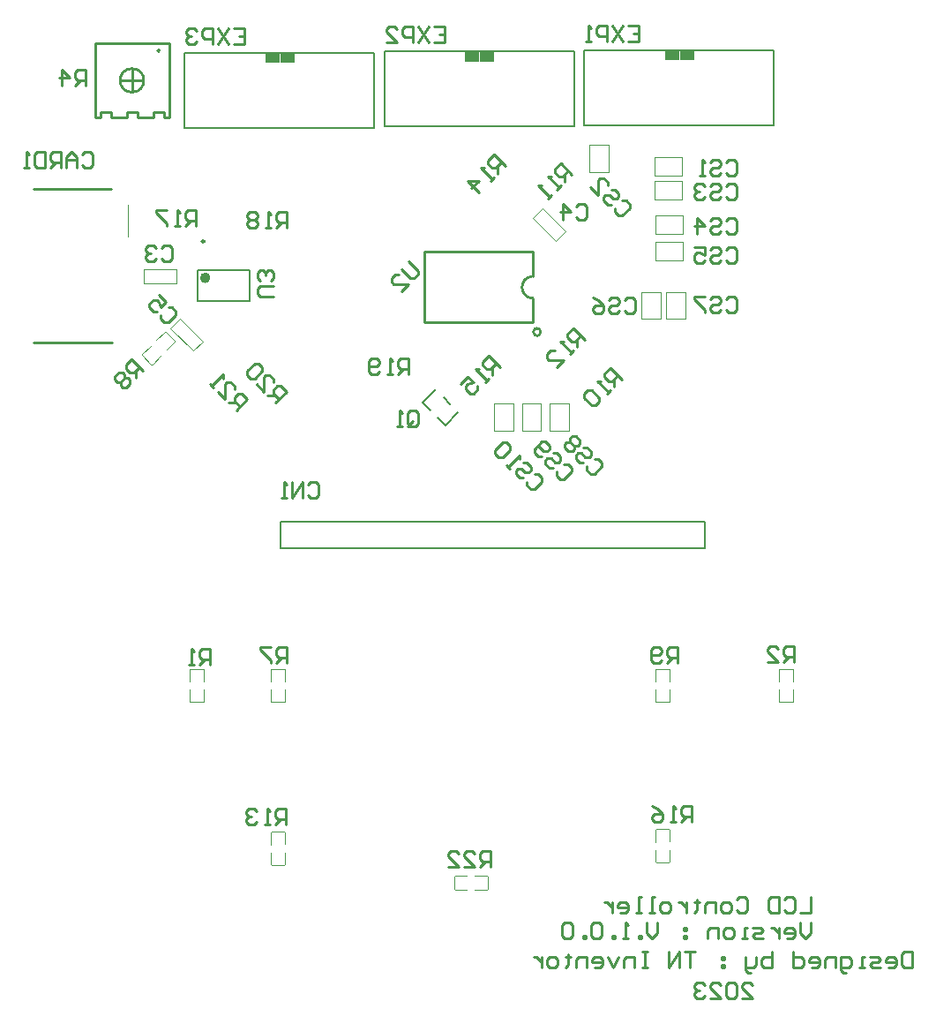
<source format=gbo>
G04*
G04 #@! TF.GenerationSoftware,Altium Limited,Altium Designer,23.10.1 (27)*
G04*
G04 Layer_Color=32896*
%FSLAX25Y25*%
%MOIN*%
G70*
G04*
G04 #@! TF.SameCoordinates,F6535FD2-0468-4A63-920D-5F40DC5DF58B*
G04*
G04*
G04 #@! TF.FilePolarity,Positive*
G04*
G01*
G75*
%ADD10C,0.00600*%
%ADD11C,0.01000*%
%ADD12C,0.00984*%
%ADD13C,0.00787*%
%ADD14C,0.00394*%
%ADD81C,0.01968*%
%ADD82C,0.00400*%
%ADD83C,0.00098*%
%ADD84R,0.05600X0.03847*%
D10*
X171671Y240707D02*
X174207Y238171D01*
X163784Y238837D02*
X166683Y235937D01*
X163784Y238837D02*
X168662Y243716D01*
X169437Y233184D02*
X172337Y230284D01*
X177216Y235162D01*
D11*
X53920Y364970D02*
G03*
X54000Y364970I40J-4472D01*
G01*
X63990Y372000D02*
G03*
X64000Y372000I5J-300D01*
G01*
X205445Y286457D02*
G03*
X205442Y278284I-1J-4087D01*
G01*
X208419Y265500D02*
G03*
X208419Y265500I-1419J0D01*
G01*
X16846Y261500D02*
X46410D01*
X16596Y319500D02*
X46096D01*
X40000Y362500D02*
Y374500D01*
X68000D01*
Y362500D02*
Y374500D01*
Y348500D02*
Y362500D01*
Y346500D02*
Y348500D01*
X66000Y346500D02*
X68000D01*
X66000D02*
Y348500D01*
X62000D02*
X66000D01*
X62000Y346500D02*
Y348500D01*
X56000Y346500D02*
X62000D01*
X56000D02*
Y348500D01*
X52000D02*
X56000D01*
X52000Y346500D02*
Y348500D01*
X46000Y346500D02*
X52000D01*
X46000D02*
Y348500D01*
X42000D02*
X46000D01*
X42000Y346500D02*
Y348500D01*
X40000Y346500D02*
X42000D01*
X40000D02*
Y348500D01*
Y364500D01*
X50000Y360500D02*
X58000D01*
X54000Y356500D02*
Y364500D01*
X164500Y269072D02*
Y296000D01*
X205442Y269072D02*
Y278284D01*
X205445Y286457D02*
Y296000D01*
X164500Y269072D02*
X205445D01*
X164500Y296000D02*
X205445D01*
X310500Y52096D02*
Y46098D01*
X306501D01*
X300503Y51096D02*
X301503Y52096D01*
X303502D01*
X304502Y51096D01*
Y47097D01*
X303502Y46098D01*
X301503D01*
X300503Y47097D01*
X298504Y52096D02*
Y46098D01*
X295505D01*
X294505Y47097D01*
Y51096D01*
X295505Y52096D01*
X298504D01*
X282509Y51096D02*
X283509Y52096D01*
X285508D01*
X286508Y51096D01*
Y47097D01*
X285508Y46098D01*
X283509D01*
X282509Y47097D01*
X279510Y46098D02*
X277511D01*
X276511Y47097D01*
Y49097D01*
X277511Y50096D01*
X279510D01*
X280510Y49097D01*
Y47097D01*
X279510Y46098D01*
X274512D02*
Y50096D01*
X271513D01*
X270513Y49097D01*
Y46098D01*
X267514Y51096D02*
Y50096D01*
X268514D01*
X266514D01*
X267514D01*
Y47097D01*
X266514Y46098D01*
X263515Y50096D02*
Y46098D01*
Y48097D01*
X262515Y49097D01*
X261516Y50096D01*
X260516D01*
X256518Y46098D02*
X254518D01*
X253518Y47097D01*
Y49097D01*
X254518Y50096D01*
X256518D01*
X257517Y49097D01*
Y47097D01*
X256518Y46098D01*
X251519D02*
X249520D01*
X250519D01*
Y52096D01*
X251519D01*
X246521Y46098D02*
X244521D01*
X245521D01*
Y52096D01*
X246521D01*
X238523Y46098D02*
X240523D01*
X241522Y47097D01*
Y49097D01*
X240523Y50096D01*
X238523D01*
X237524Y49097D01*
Y48097D01*
X241522D01*
X235524Y50096D02*
Y46098D01*
Y48097D01*
X234525Y49097D01*
X233525Y50096D01*
X232525D01*
X310500Y42498D02*
Y38499D01*
X308501Y36500D01*
X306501Y38499D01*
Y42498D01*
X301503Y36500D02*
X303502D01*
X304502Y37500D01*
Y39499D01*
X303502Y40499D01*
X301503D01*
X300503Y39499D01*
Y38499D01*
X304502D01*
X298504Y40499D02*
Y36500D01*
Y38499D01*
X297504Y39499D01*
X296504Y40499D01*
X295505D01*
X292506Y36500D02*
X289507D01*
X288507Y37500D01*
X289507Y38499D01*
X291506D01*
X292506Y39499D01*
X291506Y40499D01*
X288507D01*
X286508Y36500D02*
X284508D01*
X285508D01*
Y40499D01*
X286508D01*
X280510Y36500D02*
X278510D01*
X277511Y37500D01*
Y39499D01*
X278510Y40499D01*
X280510D01*
X281509Y39499D01*
Y37500D01*
X280510Y36500D01*
X275511D02*
Y40499D01*
X272512D01*
X271513Y39499D01*
Y36500D01*
X263515Y40499D02*
X262515D01*
Y39499D01*
X263515D01*
Y40499D01*
Y37500D02*
X262515D01*
Y36500D01*
X263515D01*
Y37500D01*
X252519Y42498D02*
Y38499D01*
X250519Y36500D01*
X248520Y38499D01*
Y42498D01*
X246521Y36500D02*
Y37500D01*
X245521D01*
Y36500D01*
X246521D01*
X241522D02*
X239523D01*
X240523D01*
Y42498D01*
X241522Y41498D01*
X236524Y36500D02*
Y37500D01*
X235524D01*
Y36500D01*
X236524D01*
X231526Y41498D02*
X230526Y42498D01*
X228526D01*
X227527Y41498D01*
Y37500D01*
X228526Y36500D01*
X230526D01*
X231526Y37500D01*
Y41498D01*
X225528Y36500D02*
Y37500D01*
X224528D01*
Y36500D01*
X225528D01*
X220529Y41498D02*
X219529Y42498D01*
X217530D01*
X216530Y41498D01*
Y37500D01*
X217530Y36500D01*
X219529D01*
X220529Y37500D01*
Y41498D01*
X348777Y31495D02*
Y25497D01*
X345778D01*
X344778Y26497D01*
Y30495D01*
X345778Y31495D01*
X348777D01*
X339780Y25497D02*
X341779D01*
X342779Y26497D01*
Y28496D01*
X341779Y29496D01*
X339780D01*
X338780Y28496D01*
Y27496D01*
X342779D01*
X336781Y25497D02*
X333782D01*
X332782Y26497D01*
X333782Y27496D01*
X335781D01*
X336781Y28496D01*
X335781Y29496D01*
X332782D01*
X330783Y25497D02*
X328783D01*
X329783D01*
Y29496D01*
X330783D01*
X323785Y23498D02*
X322785D01*
X321786Y24497D01*
Y29496D01*
X324785D01*
X325784Y28496D01*
Y26497D01*
X324785Y25497D01*
X321786D01*
X319786D02*
Y29496D01*
X316787D01*
X315788Y28496D01*
Y25497D01*
X310789D02*
X312789D01*
X313788Y26497D01*
Y28496D01*
X312789Y29496D01*
X310789D01*
X309789Y28496D01*
Y27496D01*
X313788D01*
X303791Y31495D02*
Y25497D01*
X306790D01*
X307790Y26497D01*
Y28496D01*
X306790Y29496D01*
X303791D01*
X295794Y31495D02*
Y25497D01*
X292795D01*
X291795Y26497D01*
Y27496D01*
Y28496D01*
X292795Y29496D01*
X295794D01*
X289796D02*
Y26497D01*
X288796Y25497D01*
X285797D01*
Y24497D01*
X286797Y23498D01*
X287797D01*
X285797Y25497D02*
Y29496D01*
X277800D02*
X276800D01*
Y28496D01*
X277800D01*
Y29496D01*
Y26497D02*
X276800D01*
Y25497D01*
X277800D01*
Y26497D01*
X266803Y31495D02*
X262805D01*
X264804D01*
Y25497D01*
X260805D02*
Y31495D01*
X256807Y25497D01*
Y31495D01*
X248809D02*
X246810D01*
X247810D01*
Y25497D01*
X248809D01*
X246810D01*
X243811D02*
Y29496D01*
X240812D01*
X239812Y28496D01*
Y25497D01*
X237813Y29496D02*
X235813Y25497D01*
X233814Y29496D01*
X228816Y25497D02*
X230815D01*
X231815Y26497D01*
Y28496D01*
X230815Y29496D01*
X228816D01*
X227816Y28496D01*
Y27496D01*
X231815D01*
X225817Y25497D02*
Y29496D01*
X222818D01*
X221818Y28496D01*
Y25497D01*
X218819Y30495D02*
Y29496D01*
X219819D01*
X217819D01*
X218819D01*
Y26497D01*
X217819Y25497D01*
X213821D02*
X211821D01*
X210822Y26497D01*
Y28496D01*
X211821Y29496D01*
X213821D01*
X214820Y28496D01*
Y26497D01*
X213821Y25497D01*
X208822Y29496D02*
Y25497D01*
Y27496D01*
X207822Y28496D01*
X206823Y29496D01*
X205823D01*
X284298Y13900D02*
X288296D01*
X284298Y17899D01*
Y18898D01*
X285297Y19898D01*
X287297D01*
X288296Y18898D01*
X282298D02*
X281299Y19898D01*
X279299D01*
X278300Y18898D01*
Y14900D01*
X279299Y13900D01*
X281299D01*
X282298Y14900D01*
Y18898D01*
X272302Y13900D02*
X276300D01*
X272302Y17899D01*
Y18898D01*
X273301Y19898D01*
X275301D01*
X276300Y18898D01*
X270302D02*
X269303Y19898D01*
X267303D01*
X266303Y18898D01*
Y17899D01*
X267303Y16899D01*
X268303D01*
X267303D01*
X266303Y15899D01*
Y14900D01*
X267303Y13900D01*
X269303D01*
X270302Y14900D01*
X120499Y207999D02*
X121499Y208999D01*
X123498D01*
X124498Y207999D01*
Y204001D01*
X123498Y203001D01*
X121499D01*
X120499Y204001D01*
X118500Y203001D02*
Y208999D01*
X114501Y203001D01*
Y208999D01*
X112502Y203001D02*
X110502D01*
X111502D01*
Y208999D01*
X112502Y207999D01*
X107499Y279002D02*
X102501D01*
X101501Y280001D01*
Y282001D01*
X102501Y283000D01*
X107499D01*
X106499Y285000D02*
X107499Y285999D01*
Y287999D01*
X106499Y288998D01*
X105500D01*
X104500Y287999D01*
Y286999D01*
Y287999D01*
X103500Y288998D01*
X102501D01*
X101501Y287999D01*
Y285999D01*
X102501Y285000D01*
X158414Y292155D02*
X161948Y288621D01*
Y287207D01*
X160534Y285793D01*
X159121D01*
X155586Y289328D01*
Y280845D02*
X158414Y283672D01*
X152759D01*
X152052Y284379D01*
Y285793D01*
X153466Y287207D01*
X154879D01*
X189497Y63501D02*
Y69499D01*
X186498D01*
X185499Y68499D01*
Y66500D01*
X186498Y65500D01*
X189497D01*
X187498D02*
X185499Y63501D01*
X179501D02*
X183499D01*
X179501Y67500D01*
Y68499D01*
X180500Y69499D01*
X182500D01*
X183499Y68499D01*
X173503Y63501D02*
X177501D01*
X173503Y67500D01*
Y68499D01*
X174502Y69499D01*
X176502D01*
X177501Y68499D01*
X93327Y235931D02*
X97569Y240173D01*
X95448Y242293D01*
X94034D01*
X92621Y240879D01*
Y239466D01*
X94741Y237345D01*
X93327Y238759D02*
X90500D01*
X86259Y243000D02*
X89086Y240173D01*
Y245828D01*
X89793Y246534D01*
X91207D01*
X92621Y245121D01*
Y243707D01*
X84845Y244414D02*
X83431Y245828D01*
X84138Y245121D01*
X88379Y249362D01*
Y247948D01*
X108034Y238724D02*
X112276Y242966D01*
X110155Y245086D01*
X108741D01*
X107327Y243672D01*
Y242259D01*
X109448Y240138D01*
X108034Y241552D02*
X105207D01*
X100966Y245793D02*
X103793Y242966D01*
Y248621D01*
X104500Y249327D01*
X105914D01*
X107327Y247914D01*
Y246500D01*
X103086Y250741D02*
Y252155D01*
X101672Y253569D01*
X100259D01*
X97431Y250741D01*
Y249327D01*
X98845Y247914D01*
X100259D01*
X103086Y250741D01*
X158498Y249501D02*
Y255499D01*
X155499D01*
X154499Y254499D01*
Y252500D01*
X155499Y251500D01*
X158498D01*
X156498D02*
X154499Y249501D01*
X152499D02*
X150500D01*
X151500D01*
Y255499D01*
X152499Y254499D01*
X147501Y250501D02*
X146501Y249501D01*
X144502D01*
X143502Y250501D01*
Y254499D01*
X144502Y255499D01*
X146501D01*
X147501Y254499D01*
Y253500D01*
X146501Y252500D01*
X143502D01*
X112498Y305001D02*
Y310999D01*
X109499D01*
X108499Y309999D01*
Y308000D01*
X109499Y307000D01*
X112498D01*
X110498D02*
X108499Y305001D01*
X106500D02*
X104500D01*
X105500D01*
Y310999D01*
X106500Y309999D01*
X101501D02*
X100501Y310999D01*
X98502D01*
X97502Y309999D01*
Y309000D01*
X98502Y308000D01*
X97502Y307000D01*
Y306001D01*
X98502Y305001D01*
X100501D01*
X101501Y306001D01*
Y307000D01*
X100501Y308000D01*
X101501Y309000D01*
Y309999D01*
X100501Y308000D02*
X98502D01*
X77998Y305501D02*
Y311499D01*
X74998D01*
X73999Y310499D01*
Y308500D01*
X74998Y307500D01*
X77998D01*
X75998D02*
X73999Y305501D01*
X72000D02*
X70000D01*
X71000D01*
Y311499D01*
X72000Y310499D01*
X67001Y311499D02*
X63002D01*
Y310499D01*
X67001Y306501D01*
Y305501D01*
X265498Y80501D02*
Y86499D01*
X262498D01*
X261499Y85499D01*
Y83500D01*
X262498Y82500D01*
X265498D01*
X263498D02*
X261499Y80501D01*
X259500D02*
X257500D01*
X258500D01*
Y86499D01*
X259500Y85499D01*
X250502Y86499D02*
X252502Y85499D01*
X254501Y83500D01*
Y81501D01*
X253502Y80501D01*
X251502D01*
X250502Y81501D01*
Y82500D01*
X251502Y83500D01*
X254501D01*
X192922Y252181D02*
X188681Y256422D01*
X186560Y254302D01*
Y252888D01*
X187974Y251474D01*
X189388D01*
X191508Y253595D01*
X190095Y252181D02*
Y249353D01*
X188681Y247940D02*
X187267Y246526D01*
X187974Y247233D01*
X183733Y251474D01*
X185147D01*
X178078Y245819D02*
X180905Y248646D01*
X183026Y246526D01*
X180905Y245819D01*
X180198Y245112D01*
Y243698D01*
X181612Y242285D01*
X183026D01*
X184440Y243698D01*
Y245112D01*
X194922Y328181D02*
X190681Y332422D01*
X188560Y330302D01*
Y328888D01*
X189974Y327474D01*
X191388D01*
X193509Y329595D01*
X192095Y328181D02*
Y325353D01*
X190681Y323940D02*
X189267Y322526D01*
X189974Y323233D01*
X185733Y327474D01*
X187147D01*
X185026Y318285D02*
X180785Y322526D01*
X185026D01*
X182198Y319698D01*
X111998Y79501D02*
Y85499D01*
X108999D01*
X107999Y84499D01*
Y82500D01*
X108999Y81500D01*
X111998D01*
X109998D02*
X107999Y79501D01*
X106000D02*
X104000D01*
X105000D01*
Y85499D01*
X106000Y84499D01*
X101001D02*
X100001Y85499D01*
X98002D01*
X97002Y84499D01*
Y83500D01*
X98002Y82500D01*
X99002D01*
X98002D01*
X97002Y81500D01*
Y80501D01*
X98002Y79501D01*
X100001D01*
X101001Y80501D01*
X224922Y262681D02*
X220681Y266922D01*
X218560Y264802D01*
Y263388D01*
X219974Y261974D01*
X221388D01*
X223509Y264095D01*
X222095Y262681D02*
Y259853D01*
X220681Y258440D02*
X219267Y257026D01*
X219974Y257733D01*
X215733Y261974D01*
X217146D01*
X214319Y252078D02*
X217146Y254905D01*
X211491D01*
X210785Y255612D01*
Y257026D01*
X212198Y258440D01*
X213612D01*
X220215Y324974D02*
X215974Y329215D01*
X213853Y327095D01*
Y325681D01*
X215267Y324267D01*
X216681D01*
X218802Y326388D01*
X217388Y324974D02*
Y322147D01*
X215974Y320733D02*
X214560Y319319D01*
X215267Y320026D01*
X211026Y324267D01*
X212440D01*
Y317198D02*
X211026Y315785D01*
X211733Y316492D01*
X207491Y320733D01*
X208905D01*
X238922Y247681D02*
X234681Y251922D01*
X232560Y249802D01*
Y248388D01*
X233974Y246974D01*
X235388D01*
X237509Y249095D01*
X236095Y247681D02*
Y244853D01*
X234681Y243440D02*
X233267Y242026D01*
X233974Y242733D01*
X229733Y246974D01*
X231147D01*
X227612Y243440D02*
X226198D01*
X224785Y242026D01*
Y240612D01*
X227612Y237785D01*
X229026D01*
X230440Y239198D01*
Y240612D01*
X227612Y243440D01*
X259998Y140501D02*
Y146499D01*
X256999D01*
X256000Y145499D01*
Y143500D01*
X256999Y142500D01*
X259998D01*
X257999D02*
X256000Y140501D01*
X254000Y141501D02*
X253001Y140501D01*
X251001D01*
X250002Y141501D01*
Y145499D01*
X251001Y146499D01*
X253001D01*
X254000Y145499D01*
Y144500D01*
X253001Y143500D01*
X250002D01*
X58155Y250914D02*
X53914Y255155D01*
X51793Y253034D01*
Y251621D01*
X53207Y250207D01*
X54621D01*
X56741Y252327D01*
X55327Y250914D02*
Y248086D01*
X50379Y250207D02*
X48966D01*
X47552Y248793D01*
Y247379D01*
X48259Y246673D01*
X49672D01*
Y245259D01*
X50379Y244552D01*
X51793D01*
X53207Y245966D01*
Y247379D01*
X52500Y248086D01*
X51086D01*
Y249500D01*
X50379Y250207D01*
X51086Y248086D02*
X49672Y246673D01*
X112498Y140501D02*
Y146499D01*
X109499D01*
X108500Y145499D01*
Y143500D01*
X109499Y142500D01*
X112498D01*
X110499D02*
X108500Y140501D01*
X106500Y146499D02*
X102502D01*
Y145499D01*
X106500Y141501D01*
Y140501D01*
X36498Y358501D02*
Y364499D01*
X33499D01*
X32500Y363499D01*
Y361500D01*
X33499Y360500D01*
X36498D01*
X34499D02*
X32500Y358501D01*
X27501D02*
Y364499D01*
X30500Y361500D01*
X26502D01*
X303998Y141001D02*
Y146999D01*
X300999D01*
X300000Y145999D01*
Y144000D01*
X300999Y143000D01*
X303998D01*
X301999D02*
X300000Y141001D01*
X294002D02*
X298000D01*
X294002Y145000D01*
Y145999D01*
X295001Y146999D01*
X297001D01*
X298000Y145999D01*
X83499Y140001D02*
Y145999D01*
X80500D01*
X79500Y144999D01*
Y143000D01*
X80500Y142000D01*
X83499D01*
X81499D02*
X79500Y140001D01*
X77501D02*
X75501D01*
X76501D01*
Y145999D01*
X77501Y144999D01*
X158000Y231001D02*
Y234999D01*
X159000Y235999D01*
X160999D01*
X161999Y234999D01*
Y231001D01*
X160999Y230001D01*
X159000D01*
X159999Y232000D02*
X158000Y230001D01*
X159000D02*
X158000Y231001D01*
X156001Y230001D02*
X154001D01*
X155001D01*
Y235999D01*
X156001Y234999D01*
X92448Y380298D02*
X96447D01*
Y374300D01*
X92448D01*
X96447Y377299D02*
X94447D01*
X90448Y380298D02*
X86450Y374300D01*
Y380298D02*
X90448Y374300D01*
X84450D02*
Y380298D01*
X81451D01*
X80452Y379298D01*
Y377299D01*
X81451Y376299D01*
X84450D01*
X78452Y379298D02*
X77453Y380298D01*
X75453D01*
X74454Y379298D01*
Y378299D01*
X75453Y377299D01*
X76453D01*
X75453D01*
X74454Y376299D01*
Y375300D01*
X75453Y374300D01*
X77453D01*
X78452Y375300D01*
X167948Y380798D02*
X171947D01*
Y374800D01*
X167948D01*
X171947Y377799D02*
X169947D01*
X165948Y380798D02*
X161950Y374800D01*
Y380798D02*
X165948Y374800D01*
X159950D02*
Y380798D01*
X156951D01*
X155952Y379798D01*
Y377799D01*
X156951Y376799D01*
X159950D01*
X149954Y374800D02*
X153952D01*
X149954Y378799D01*
Y379798D01*
X150953Y380798D01*
X152953D01*
X153952Y379798D01*
X241448Y381298D02*
X245446D01*
Y375300D01*
X241448D01*
X245446Y378299D02*
X243447D01*
X239448Y381298D02*
X235450Y375300D01*
Y381298D02*
X239448Y375300D01*
X233450D02*
Y381298D01*
X230451D01*
X229452Y380298D01*
Y378299D01*
X230451Y377299D01*
X233450D01*
X227452Y375300D02*
X225453D01*
X226453D01*
Y381298D01*
X227452Y380298D01*
X206008Y211819D02*
X207422D01*
X208836Y210405D01*
Y208992D01*
X206009Y206164D01*
X204595D01*
X203181Y207578D01*
Y208992D01*
X201767Y216060D02*
X203181D01*
X204595Y214647D01*
Y213233D01*
X203888Y212526D01*
X202474D01*
X201060Y213940D01*
X199647D01*
X198940Y213233D01*
Y211819D01*
X200353Y210405D01*
X201767D01*
X196819Y213940D02*
X195405Y215353D01*
X196112Y214647D01*
X200353Y218888D01*
Y217474D01*
X196819Y221008D02*
Y222422D01*
X195405Y223836D01*
X193991D01*
X191164Y221008D01*
Y219595D01*
X192578Y218181D01*
X193991D01*
X196819Y221008D01*
X217241Y215586D02*
X218655D01*
X220069Y214173D01*
Y212759D01*
X217241Y209931D01*
X215827D01*
X214414Y211345D01*
Y212759D01*
X213000Y219828D02*
X214414D01*
X215827Y218414D01*
Y217000D01*
X215121Y216293D01*
X213707D01*
X212293Y217707D01*
X210879D01*
X210173Y217000D01*
Y215586D01*
X211586Y214173D01*
X213000D01*
X208759Y218414D02*
X207345D01*
X205931Y219828D01*
Y221241D01*
X208759Y224069D01*
X210173D01*
X211586Y222655D01*
Y221241D01*
X210879Y220534D01*
X209466D01*
X207345Y222655D01*
X228741Y217586D02*
X230155D01*
X231569Y216173D01*
Y214759D01*
X228741Y211931D01*
X227327D01*
X225914Y213345D01*
Y214759D01*
X224500Y221828D02*
X225914D01*
X227327Y220414D01*
Y219000D01*
X226621Y218293D01*
X225207D01*
X223793Y219707D01*
X222379D01*
X221673Y219000D01*
Y217586D01*
X223086Y216173D01*
X224500D01*
X223086Y223241D02*
Y224655D01*
X221673Y226069D01*
X220259D01*
X219552Y225362D01*
Y223948D01*
X218138D01*
X217431Y223241D01*
Y221828D01*
X218845Y220414D01*
X220259D01*
X220966Y221121D01*
Y222534D01*
X222379D01*
X223086Y223241D01*
X220966Y222534D02*
X219552Y223948D01*
X278499Y277999D02*
X279498Y278999D01*
X281498D01*
X282497Y277999D01*
Y274001D01*
X281498Y273001D01*
X279498D01*
X278499Y274001D01*
X272501Y277999D02*
X273500Y278999D01*
X275500D01*
X276499Y277999D01*
Y277000D01*
X275500Y276000D01*
X273500D01*
X272501Y275000D01*
Y274001D01*
X273500Y273001D01*
X275500D01*
X276499Y274001D01*
X270501Y278999D02*
X266503D01*
Y277999D01*
X270501Y274001D01*
Y273001D01*
X239999Y277499D02*
X240998Y278499D01*
X242998D01*
X243997Y277499D01*
Y273501D01*
X242998Y272501D01*
X240998D01*
X239999Y273501D01*
X234001Y277499D02*
X235000Y278499D01*
X237000D01*
X237999Y277499D01*
Y276500D01*
X237000Y275500D01*
X235000D01*
X234001Y274500D01*
Y273501D01*
X235000Y272501D01*
X237000D01*
X237999Y273501D01*
X228003Y278499D02*
X230002Y277499D01*
X232001Y275500D01*
Y273501D01*
X231002Y272501D01*
X229002D01*
X228003Y273501D01*
Y274500D01*
X229002Y275500D01*
X232001D01*
X278499Y296499D02*
X279498Y297499D01*
X281498D01*
X282497Y296499D01*
Y292501D01*
X281498Y291501D01*
X279498D01*
X278499Y292501D01*
X272501Y296499D02*
X273500Y297499D01*
X275500D01*
X276499Y296499D01*
Y295500D01*
X275500Y294500D01*
X273500D01*
X272501Y293500D01*
Y292501D01*
X273500Y291501D01*
X275500D01*
X276499Y292501D01*
X266503Y297499D02*
X270501D01*
Y294500D01*
X268502Y295500D01*
X267502D01*
X266503Y294500D01*
Y292501D01*
X267502Y291501D01*
X269502D01*
X270501Y292501D01*
X278499Y307499D02*
X279498Y308499D01*
X281498D01*
X282497Y307499D01*
Y303501D01*
X281498Y302501D01*
X279498D01*
X278499Y303501D01*
X272501Y307499D02*
X273500Y308499D01*
X275500D01*
X276499Y307499D01*
Y306500D01*
X275500Y305500D01*
X273500D01*
X272501Y304500D01*
Y303501D01*
X273500Y302501D01*
X275500D01*
X276499Y303501D01*
X267502Y302501D02*
Y308499D01*
X270501Y305500D01*
X266503D01*
X278499Y320499D02*
X279498Y321499D01*
X281498D01*
X282497Y320499D01*
Y316501D01*
X281498Y315501D01*
X279498D01*
X278499Y316501D01*
X272501Y320499D02*
X273500Y321499D01*
X275500D01*
X276499Y320499D01*
Y319500D01*
X275500Y318500D01*
X273500D01*
X272501Y317500D01*
Y316501D01*
X273500Y315501D01*
X275500D01*
X276499Y316501D01*
X270501Y320499D02*
X269502Y321499D01*
X267502D01*
X266503Y320499D01*
Y319500D01*
X267502Y318500D01*
X268502D01*
X267502D01*
X266503Y317500D01*
Y316501D01*
X267502Y315501D01*
X269502D01*
X270501Y316501D01*
X239241Y315086D02*
X240655D01*
X242069Y313672D01*
Y312259D01*
X239241Y309431D01*
X237827D01*
X236414Y310845D01*
Y312259D01*
X235000Y319327D02*
X236414D01*
X237827Y317914D01*
Y316500D01*
X237121Y315793D01*
X235707D01*
X234293Y317207D01*
X232879D01*
X232172Y316500D01*
Y315086D01*
X233586Y313672D01*
X235000D01*
X227224Y320034D02*
X230052Y317207D01*
Y322862D01*
X230759Y323569D01*
X232172D01*
X233586Y322155D01*
Y320741D01*
X278499Y329499D02*
X279498Y330499D01*
X281498D01*
X282497Y329499D01*
Y325501D01*
X281498Y324501D01*
X279498D01*
X278499Y325501D01*
X272501Y329499D02*
X273500Y330499D01*
X275500D01*
X276499Y329499D01*
Y328500D01*
X275500Y327500D01*
X273500D01*
X272501Y326500D01*
Y325501D01*
X273500Y324501D01*
X275500D01*
X276499Y325501D01*
X270501Y324501D02*
X268502D01*
X269502D01*
Y330499D01*
X270501Y329499D01*
X34997Y332499D02*
X35997Y333499D01*
X37996D01*
X38996Y332499D01*
Y328501D01*
X37996Y327501D01*
X35997D01*
X34997Y328501D01*
X32998Y327501D02*
Y331500D01*
X30998Y333499D01*
X28999Y331500D01*
Y327501D01*
Y330500D01*
X32998D01*
X27000Y327501D02*
Y333499D01*
X24001D01*
X23001Y332499D01*
Y330500D01*
X24001Y329500D01*
X27000D01*
X25000D02*
X23001Y327501D01*
X21002Y333499D02*
Y327501D01*
X18003D01*
X17003Y328501D01*
Y332499D01*
X18003Y333499D01*
X21002D01*
X15004Y327501D02*
X13004D01*
X14004D01*
Y333499D01*
X15004Y332499D01*
X67621Y274707D02*
X69034D01*
X70448Y273293D01*
Y271879D01*
X67621Y269052D01*
X66207D01*
X64793Y270466D01*
Y271879D01*
X64086Y279655D02*
X66914Y276828D01*
X64793Y274707D01*
X64086Y276828D01*
X63379Y277534D01*
X61966D01*
X60552Y276121D01*
Y274707D01*
X61966Y273293D01*
X63379D01*
X221758Y312781D02*
X222757Y313780D01*
X224757D01*
X225756Y312781D01*
Y308782D01*
X224757Y307783D01*
X222757D01*
X221758Y308782D01*
X216759Y307783D02*
Y313780D01*
X219758Y310782D01*
X215759D01*
X65201Y297298D02*
X66201Y298298D01*
X68200D01*
X69200Y297298D01*
Y293300D01*
X68200Y292300D01*
X66201D01*
X65201Y293300D01*
X63202Y297298D02*
X62202Y298298D01*
X60203D01*
X59203Y297298D01*
Y296299D01*
X60203Y295299D01*
X61203D01*
X60203D01*
X59203Y294299D01*
Y293300D01*
X60203Y292300D01*
X62202D01*
X63202Y293300D01*
D12*
X81315Y299732D02*
G03*
X81315Y299732I-492J0D01*
G01*
D13*
X73847Y342600D02*
Y370947D01*
X145500Y342600D02*
Y370947D01*
X73847Y342600D02*
X145500D01*
X73847Y370947D02*
X145500D01*
X78658Y288896D02*
X98343D01*
Y277104D02*
Y288896D01*
X78658Y277104D02*
X98343D01*
X78658D02*
Y288896D01*
X109988Y184000D02*
X270500D01*
Y194000D01*
X109988Y184000D02*
Y194000D01*
X270500D01*
X149346Y371446D02*
X221000D01*
X149346Y343100D02*
X221000D01*
Y371446D01*
X149346Y343100D02*
Y371446D01*
X224847Y371947D02*
X296500D01*
X224847Y343600D02*
X296500D01*
Y371947D01*
X224847Y343600D02*
Y371947D01*
D14*
X68375Y267005D02*
X71995Y270624D01*
X77006Y258375D02*
X80625Y261994D01*
X68375Y267005D02*
X77006Y258375D01*
X71995Y270624D02*
X80625Y261994D01*
X188300Y55100D02*
Y59900D01*
X188043Y54843D02*
X188300Y55100D01*
X183575Y54843D02*
X188043D01*
X183575Y60157D02*
X188043D01*
X188300Y59900D01*
X175700D02*
X175957Y60157D01*
X180425D01*
X175957Y54843D02*
X180524D01*
X175700Y55100D02*
X175957Y54843D01*
X175700Y55100D02*
Y59900D01*
X66758Y265652D02*
X70152Y262258D01*
X66394Y265652D02*
X66758D01*
X63165Y262423D02*
X66394Y265652D01*
X66993Y258734D02*
X70152Y261894D01*
Y262258D01*
X61242Y253348D02*
X61606D01*
X64766Y256507D01*
X57848Y257106D02*
X61007Y260265D01*
X57848Y256742D02*
Y257106D01*
Y256742D02*
X61242Y253348D01*
X205375Y308506D02*
X214005Y299875D01*
X208994Y312125D02*
X217624Y303495D01*
X205375Y308506D02*
X208994Y312125D01*
X214005Y299875D02*
X217624Y303495D01*
X298600Y138300D02*
X303400D01*
X298343Y138043D02*
X298600Y138300D01*
X298343Y133476D02*
Y138043D01*
X303657Y133575D02*
Y138043D01*
X303400Y138300D02*
X303657Y138043D01*
X303400Y125700D02*
X303657Y125957D01*
Y130425D01*
X298343Y125957D02*
Y130425D01*
Y125957D02*
X298600Y125700D01*
X303400D01*
X252100Y138300D02*
X256900D01*
X251843Y138043D02*
X252100Y138300D01*
X251843Y133476D02*
Y138043D01*
X257157Y133575D02*
Y138043D01*
X256900Y138300D02*
X257157Y138043D01*
X256900Y125700D02*
X257157Y125957D01*
Y130425D01*
X251843Y125957D02*
Y130425D01*
Y125957D02*
X252100Y125700D01*
X256900D01*
X252100Y77800D02*
X256900D01*
X251843Y77543D02*
X252100Y77800D01*
X251843Y72976D02*
Y77543D01*
X257157Y73075D02*
Y77543D01*
X256900Y77800D02*
X257157Y77543D01*
X256900Y65200D02*
X257157Y65457D01*
Y69925D01*
X251843Y65457D02*
Y69925D01*
Y65457D02*
X252100Y65200D01*
X256900D01*
X106600Y76800D02*
X111400D01*
X106343Y76543D02*
X106600Y76800D01*
X106343Y71976D02*
Y76543D01*
X111657Y72075D02*
Y76543D01*
X111400Y76800D02*
X111657Y76543D01*
X111400Y64200D02*
X111657Y64457D01*
Y68925D01*
X106343Y64457D02*
Y68925D01*
Y64457D02*
X106600Y64200D01*
X111400D01*
X106600Y138300D02*
X111400D01*
X106343Y138043D02*
X106600Y138300D01*
X106343Y133476D02*
Y138043D01*
X111657Y133575D02*
Y138043D01*
X111400Y138300D02*
X111657Y138043D01*
X111400Y125700D02*
X111657Y125957D01*
Y130425D01*
X106343Y125957D02*
Y130425D01*
Y125957D02*
X106600Y125700D01*
X111400D01*
X76100Y138300D02*
X80900D01*
X75843Y138043D02*
X76100Y138300D01*
X75843Y133476D02*
Y138043D01*
X81157Y133575D02*
Y138043D01*
X80900Y138300D02*
X81157Y138043D01*
X80900Y125700D02*
X81157Y125957D01*
Y130425D01*
X75843Y125957D02*
Y130425D01*
Y125957D02*
X76100Y125700D01*
X80900D01*
X58398Y283941D02*
X70602D01*
X58398Y289059D02*
X70602D01*
X58398Y283941D02*
Y289059D01*
X70602Y283941D02*
Y289059D01*
D81*
X82595Y285944D02*
G03*
X82595Y285944I-984J0D01*
G01*
D82*
X52576Y301469D02*
X52580Y313670D01*
D83*
X198067Y228128D02*
Y238364D01*
X190784Y228128D02*
X198067D01*
X190784Y238364D02*
X198067D01*
X190784Y228128D02*
Y238364D01*
X234142Y325882D02*
Y336118D01*
X226858Y325882D02*
X234142D01*
X226858Y336118D02*
X234142D01*
X226858Y325882D02*
Y336118D01*
X201284Y228128D02*
Y238364D01*
X208567D01*
X201284Y228128D02*
X208567D01*
Y238364D01*
X211784Y228128D02*
Y238364D01*
X219067D01*
X211784Y228128D02*
X219067D01*
Y238364D01*
X253642Y270382D02*
Y280618D01*
X246358Y270382D02*
X253642D01*
X246358Y280618D02*
X253642D01*
X246358Y270382D02*
Y280618D01*
X263142Y270382D02*
Y280618D01*
X255858Y270382D02*
X263142D01*
X255858Y280618D02*
X263142D01*
X255858Y270382D02*
Y280618D01*
X251882Y299642D02*
X262118D01*
Y292358D02*
Y299642D01*
X251882Y292358D02*
Y299642D01*
Y292358D02*
X262118D01*
X251882Y309642D02*
X262118D01*
Y302358D02*
Y309642D01*
X251882Y302358D02*
Y309642D01*
Y302358D02*
X262118D01*
X251382Y322642D02*
X261618D01*
Y315358D02*
Y322642D01*
X251382Y315358D02*
Y322642D01*
Y315358D02*
X261618D01*
X251382Y331642D02*
X261618D01*
Y324358D02*
Y331642D01*
X251382Y324358D02*
Y331642D01*
Y324358D02*
X261618D01*
D84*
X112600Y369023D02*
D03*
X107000D02*
D03*
X182500Y369523D02*
D03*
X188100D02*
D03*
X258000Y370023D02*
D03*
X263600D02*
D03*
M02*

</source>
